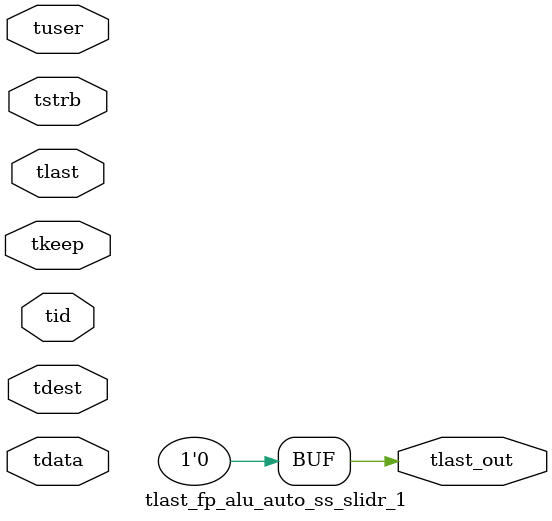
<source format=v>


`timescale 1ps/1ps

module tlast_fp_alu_auto_ss_slidr_1 #
(
parameter C_S_AXIS_TID_WIDTH   = 1,
parameter C_S_AXIS_TUSER_WIDTH = 0,
parameter C_S_AXIS_TDATA_WIDTH = 0,
parameter C_S_AXIS_TDEST_WIDTH = 0
)
(
input  [(C_S_AXIS_TID_WIDTH   == 0 ? 1 : C_S_AXIS_TID_WIDTH)-1:0       ] tid,
input  [(C_S_AXIS_TDATA_WIDTH == 0 ? 1 : C_S_AXIS_TDATA_WIDTH)-1:0     ] tdata,
input  [(C_S_AXIS_TUSER_WIDTH == 0 ? 1 : C_S_AXIS_TUSER_WIDTH)-1:0     ] tuser,
input  [(C_S_AXIS_TDEST_WIDTH == 0 ? 1 : C_S_AXIS_TDEST_WIDTH)-1:0     ] tdest,
input  [(C_S_AXIS_TDATA_WIDTH/8)-1:0 ] tkeep,
input  [(C_S_AXIS_TDATA_WIDTH/8)-1:0 ] tstrb,
input  [0:0]                                                             tlast,
output                                                                   tlast_out
);

assign tlast_out = {1'b0};

endmodule


</source>
